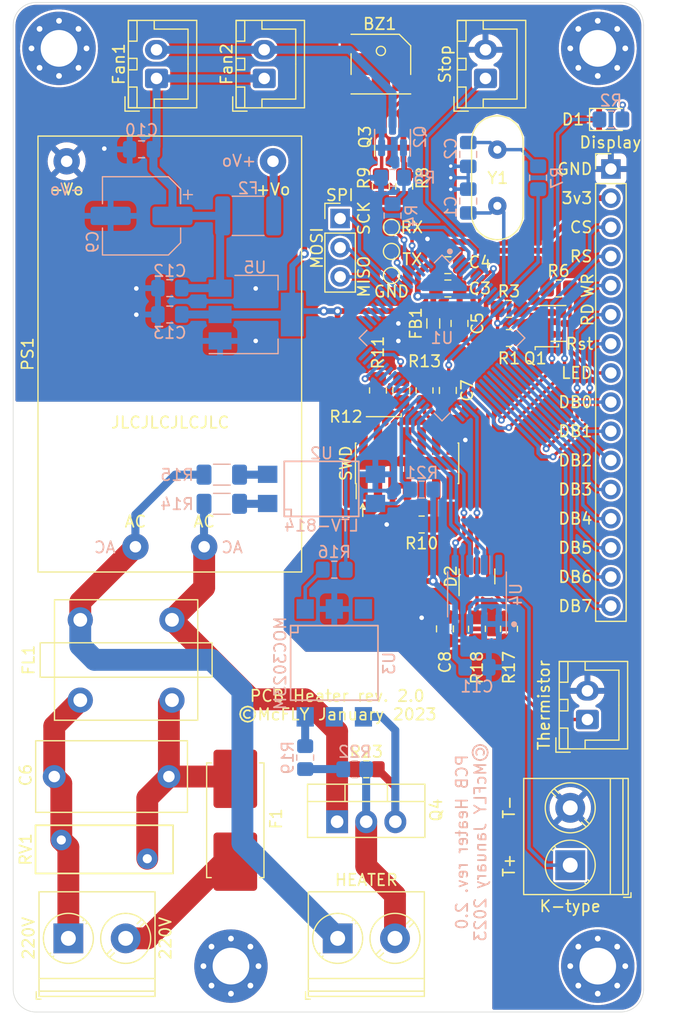
<source format=kicad_pcb>
(kicad_pcb (version 20211014) (generator pcbnew)

  (general
    (thickness 1.6)
  )

  (paper "A4")
  (layers
    (0 "F.Cu" signal)
    (31 "B.Cu" signal)
    (32 "B.Adhes" user "B.Adhesive")
    (33 "F.Adhes" user "F.Adhesive")
    (34 "B.Paste" user)
    (35 "F.Paste" user)
    (36 "B.SilkS" user "B.Silkscreen")
    (37 "F.SilkS" user "F.Silkscreen")
    (38 "B.Mask" user)
    (39 "F.Mask" user)
    (40 "Dwgs.User" user "User.Drawings")
    (41 "Cmts.User" user "User.Comments")
    (42 "Eco1.User" user "User.Eco1")
    (43 "Eco2.User" user "User.Eco2")
    (44 "Edge.Cuts" user)
    (45 "Margin" user)
    (46 "B.CrtYd" user "B.Courtyard")
    (47 "F.CrtYd" user "F.Courtyard")
    (48 "B.Fab" user)
    (49 "F.Fab" user)
    (50 "User.1" user)
    (51 "User.2" user)
  )

  (setup
    (stackup
      (layer "F.SilkS" (type "Top Silk Screen") (color "White"))
      (layer "F.Paste" (type "Top Solder Paste"))
      (layer "F.Mask" (type "Top Solder Mask") (color "Black") (thickness 0.01))
      (layer "F.Cu" (type "copper") (thickness 0.035))
      (layer "dielectric 1" (type "core") (thickness 1.51) (material "FR4") (epsilon_r 4.5) (loss_tangent 0.02))
      (layer "B.Cu" (type "copper") (thickness 0.035))
      (layer "B.Mask" (type "Bottom Solder Mask") (color "Black") (thickness 0.01))
      (layer "B.Paste" (type "Bottom Solder Paste"))
      (layer "B.SilkS" (type "Bottom Silk Screen") (color "White"))
      (copper_finish "None")
      (dielectric_constraints no)
    )
    (pad_to_mask_clearance 0)
    (pcbplotparams
      (layerselection 0x00010fc_ffffffff)
      (disableapertmacros false)
      (usegerberextensions false)
      (usegerberattributes true)
      (usegerberadvancedattributes true)
      (creategerberjobfile true)
      (svguseinch false)
      (svgprecision 6)
      (excludeedgelayer true)
      (plotframeref false)
      (viasonmask false)
      (mode 1)
      (useauxorigin false)
      (hpglpennumber 1)
      (hpglpenspeed 20)
      (hpglpendiameter 15.000000)
      (dxfpolygonmode true)
      (dxfimperialunits true)
      (dxfusepcbnewfont true)
      (psnegative false)
      (psa4output false)
      (plotreference true)
      (plotvalue true)
      (plotinvisibletext false)
      (sketchpadsonfab false)
      (subtractmaskfromsilk false)
      (outputformat 1)
      (mirror false)
      (drillshape 1)
      (scaleselection 1)
      (outputdirectory "")
    )
  )

  (net 0 "")
  (net 1 "+3V3")
  (net 2 "Net-(BZ1-Pad2)")
  (net 3 "Net-(C1-Pad1)")
  (net 4 "GND")
  (net 5 "Net-(C2-Pad1)")
  (net 6 "VDDA")
  (net 7 "Net-(C6-Pad1)")
  (net 8 "Net-(C6-Pad2)")
  (net 9 "NRST")
  (net 10 "Net-(C8-Pad1)")
  (net 11 "+12V")
  (net 12 "Net-(D1-Pad2)")
  (net 13 "THERM")
  (net 14 "Net-(F1-Pad1)")
  (net 15 "Net-(F2-Pad1)")
  (net 16 "Net-(FL1-Pad2)")
  (net 17 "Net-(FL1-Pad4)")
  (net 18 "LCD_CS")
  (net 19 "LCD_RS")
  (net 20 "LCD_WR")
  (net 21 "LCD_RD")
  (net 22 "LCD_RST")
  (net 23 "LCD_LED")
  (net 24 "Net-(J1-Pad9)")
  (net 25 "Net-(J1-Pad10)")
  (net 26 "Net-(J1-Pad11)")
  (net 27 "Net-(J1-Pad12)")
  (net 28 "Net-(J1-Pad13)")
  (net 29 "Net-(J1-Pad14)")
  (net 30 "Net-(J1-Pad15)")
  (net 31 "Net-(J1-Pad16)")
  (net 32 "LCD_SCK")
  (net 33 "LCD_MOSI")
  (net 34 "LCD_MISO")
  (net 35 "STOP")
  (net 36 "Net-(J4-Pad2)")
  (net 37 "unconnected-(J7-Pad1)")
  (net 38 "unconnected-(J7-Pad2)")
  (net 39 "Net-(J7-Pad4)")
  (net 40 "Net-(J7-Pad6)")
  (net 41 "unconnected-(J7-Pad8)")
  (net 42 "unconnected-(J7-Pad9)")
  (net 43 "unconnected-(J7-Pad10)")
  (net 44 "Net-(J7-Pad11)")
  (net 45 "Net-(J7-Pad12)")
  (net 46 "unconnected-(J7-Pad13)")
  (net 47 "unconnected-(J7-Pad14)")
  (net 48 "Net-(J8-Pad2)")
  (net 49 "Net-(J10-Pad1)")
  (net 50 "Net-(Q1-Pad1)")
  (net 51 "Net-(Q2-Pad1)")
  (net 52 "Net-(Q3-Pad1)")
  (net 53 "Net-(Q4-Pad3)")
  (net 54 "LCD_LED_CTRL")
  (net 55 "LED_STATUS")
  (net 56 "FAN_PWM")
  (net 57 "Net-(R7-Pad1)")
  (net 58 "BUZZER")
  (net 59 "SWDIO")
  (net 60 "SWCLK")
  (net 61 "Net-(R14-Pad1)")
  (net 62 "Net-(R15-Pad1)")
  (net 63 "Net-(R16-Pad1)")
  (net 64 "GATE_CONTROL")
  (net 65 "Net-(R19-Pad1)")
  (net 66 "Net-(R19-Pad2)")
  (net 67 "ZERO_CROSS")
  (net 68 "/UART_TX")
  (net 69 "/UART_RX")
  (net 70 "unconnected-(U1-Pad1)")
  (net 71 "unconnected-(U1-Pad4)")
  (net 72 "unconnected-(U1-Pad5)")
  (net 73 "unconnected-(U1-Pad13)")
  (net 74 "unconnected-(U1-Pad29)")
  (net 75 "unconnected-(U1-Pad31)")
  (net 76 "unconnected-(U1-Pad32)")
  (net 77 "MAX_SCK")
  (net 78 "MAX_MISO")
  (net 79 "MAX_CS")
  (net 80 "unconnected-(U1-Pad38)")
  (net 81 "unconnected-(U1-Pad39)")
  (net 82 "unconnected-(U1-Pad40)")
  (net 83 "unconnected-(U1-Pad41)")
  (net 84 "unconnected-(U1-Pad42)")
  (net 85 "unconnected-(U1-Pad43)")
  (net 86 "unconnected-(U1-Pad44)")
  (net 87 "unconnected-(U1-Pad47)")
  (net 88 "unconnected-(U1-Pad48)")
  (net 89 "unconnected-(U1-Pad49)")
  (net 90 "unconnected-(U1-Pad50)")
  (net 91 "unconnected-(U1-Pad51)")
  (net 92 "unconnected-(U1-Pad52)")
  (net 93 "unconnected-(U1-Pad53)")
  (net 94 "unconnected-(U1-Pad58)")
  (net 95 "unconnected-(U1-Pad59)")
  (net 96 "unconnected-(U1-Pad62)")
  (net 97 "unconnected-(U1-Pad64)")
  (net 98 "unconnected-(U3-Pad5)")
  (net 99 "unconnected-(U3-Pad3)")
  (net 100 "unconnected-(U1-Pad54)")

  (footprint "TerminalBlock_Phoenix:TerminalBlock_Phoenix_PT-1,5-2-5.0-H_1x02_P5.00mm_Horizontal" (layer "F.Cu") (at 148.598 125.202 90))

  (footprint "Resistor_SMD:R_0805_2012Metric_Pad1.20x1.40mm_HandSolder" (layer "F.Cu") (at 133.858 83.82 -90))

  (footprint "Resistor_SMD:R_0805_2012Metric_Pad1.20x1.40mm_HandSolder" (layer "F.Cu") (at 140.462 104.60075 90))

  (footprint "Capacitor_SMD:C_0805_2012Metric_Pad1.18x1.45mm_HandSolder" (layer "F.Cu") (at 137.668 104.60075 90))

  (footprint "Capacitor_SMD:C_0805_2012Metric_Pad1.18x1.45mm_HandSolder" (layer "F.Cu") (at 137.922 83.82 -90))

  (footprint "Resistor_SMD:R_0805_2012Metric_Pad1.20x1.40mm_HandSolder" (layer "F.Cu") (at 135.636 95.504 180))

  (footprint "Connector_PinHeader_2.54mm:PinHeader_1x16_P2.54mm_Vertical" (layer "F.Cu") (at 152.146 64.516))

  (footprint "Connector_JST:JST_XH_B2B-XH-A_1x02_P2.50mm_Vertical" (layer "F.Cu") (at 141.207 56.622 90))

  (footprint "my_additions:OSC-TH_L10.0-W4.5-P5.00" (layer "F.Cu") (at 142.24 65.278 90))

  (footprint "Resistor_SMD:R_0805_2012Metric_Pad1.20x1.40mm_HandSolder" (layer "F.Cu") (at 147.574 74.93))

  (footprint "Package_TO_SOT_SMD:SOT-23" (layer "F.Cu") (at 133.096 61.722 90))

  (footprint "Resistor_SMD:R_0805_2012Metric_Pad1.20x1.40mm_HandSolder" (layer "F.Cu") (at 135.89 83.82 -90))

  (footprint "MountingHole:MountingHole_3.2mm_M3_Pad_Via" (layer "F.Cu") (at 104 54))

  (footprint "Capacitor_SMD:C_0805_2012Metric_Pad1.18x1.45mm_HandSolder" (layer "F.Cu") (at 138.938 77.978 90))

  (footprint "Capacitor_SMD:C_0805_2012Metric_Pad1.18x1.45mm_HandSolder" (layer "F.Cu") (at 137.922 74.93))

  (footprint "Connector_PinHeader_1.27mm:PinHeader_2x07_P1.27mm_Vertical_SMD" (layer "F.Cu") (at 134.366 90.17 90))

  (footprint "my_additions:Converter_ACDC_HiLink_HLK-5Mxx" (layer "F.Cu") (at 113.665 80.645 90))

  (footprint "Resistor_SMD:R_0805_2012Metric_Pad1.20x1.40mm_HandSolder" (layer "F.Cu") (at 134.112 66.039999 90))

  (footprint "Connector_PinHeader_2.54mm:PinHeader_1x03_P2.54mm_Vertical" (layer "F.Cu") (at 128.524 68.834))

  (footprint "Capacitor_SMD:C_0805_2012Metric_Pad1.18x1.45mm_HandSolder" (layer "F.Cu") (at 137.922 72.898))

  (footprint "my_additions:L_CommonMode_7x8mm" (layer "F.Cu") (at 109.855 107.315 90))

  (footprint "Package_TO_SOT_SMD:SOT-23" (layer "F.Cu") (at 147.574 77.978))

  (footprint "TestPoint:TestPoint_Pad_D1.0mm" (layer "F.Cu") (at 133 69.6))

  (footprint "MountingHole:MountingHole_3.2mm_M3_Pad_Via" (layer "F.Cu") (at 151 54))

  (footprint "Inductor_SMD:L_0805_2012Metric_Pad1.05x1.20mm_HandSolder" (layer "F.Cu") (at 136.652 77.978 -90))

  (footprint "Connector_JST:JST_XH_B2B-XH-A_1x02_P2.50mm_Vertical" (layer "F.Cu") (at 150.096999 112.502 90))

  (footprint "TerminalBlock_Phoenix:TerminalBlock_Phoenix_PT-1,5-2-5.0-H_1x02_P5.00mm_Horizontal" (layer "F.Cu") (at 128.31 131.58))

  (footprint "LED_SMD:LED_0805_2012Metric_Pad1.15x1.40mm_HandSolder" (layer "F.Cu") (at 152.146 60.198))

  (footprint "TestPoint:TestPoint_Pad_D1.0mm" (layer "F.Cu") (at 133 71.7))

  (footprint "Resistor_SMD:R_0805_2012Metric_Pad1.20x1.40mm_HandSolder" (layer "F.Cu") (at 131.826 83.82 -90))

  (footprint "Package_TO_SOT_SMD:SOT-23" (layer "F.Cu") (at 140.462 100.02875 90))

  (footprint "Resistor_SMD:R_0805_2012Metric_Pad1.20x1.40mm_HandSolder" (layer "F.Cu") (at 143.256 104.60075 -90))

  (footprint "Resistor_SMD:R_0805_2012Metric_Pad1.20x1.40mm_HandSolder" (layer "F.Cu") (at 143.256 76.708 180))

  (footprint "my_additions:Fuse_1808_0451_Holder_HandSolder" (layer "F.Cu") (at 119.38 121.285 90))

  (footprint "TerminalBlock_Phoenix:TerminalBlock_Phoenix_PT-1,5-2-5.0-H_1x02_P5.00mm_Horizontal" (layer "F.Cu") (at 104.815 131.58))

  (footprint "Resistor_SMD:R_0805_2012Metric_Pad1.20x1.40mm_HandSolder" (layer "F.Cu") (at 143.256 79.248))

  (footprint "my_additions:Buzzer_5020" (layer "F.Cu") (at 132.08 55.372))

  (footprint "Resistor_SMD:R_0805_2012Metric_Pad1.20x1.40mm_HandSolder" (layer "F.Cu") (at 130.81 116.84))

  (footprint "Package_TO_SOT_THT:TO-220-3_Vertical" (layer "F.Cu") (at 128.26 121.412))

  (footprint "TestPoint:TestPoint_Pad_D1.0mm" (layer "F.Cu") (at 133 73.8))

  (footprint "Resistor_SMD:R_0805_2012Metric_Pad1.20x1.40mm_HandSolder" (layer "F.Cu") (at 132.08 66.039999 -90))

  (footprint "Connector_JST:JST_XH_B2B-XH-A_1x02_P2.50mm_Vertical" (layer "F.Cu") (at 121.902999 56.622 90))

  (footprint "MountingHole:MountingHole_3.2mm_M3_Pad_Via" (layer "F.Cu") (at 151 134))

  (footprint "Connector_JST:JST_XH_B2B-XH-A_1x02_P2.50mm_Vertical" (layer "F.Cu") (at 112.505 56.622 90))

  (footprint "Varistor:RV_Disc_D12mm_W4.2mm_P7.5mm" (layer "F.Cu") (at 104.2 123.005))

  (footprint "MountingHole:MountingHole_3.2mm_M3_Pad_Via" (layer "F.Cu") (at 119 134))

  (footprint "Capacitor_THT:C_Rect_L13.0mm_W6.0mm_P10.00mm_FKS3_FKP3_MKS4" (layer "F.Cu") (at 103.585 117.475))

  (footprint "Resistor_SMD:R_0805_2012Metric_Pad1.20x1.40mm_HandSolder" (layer "B.Cu") (at 133.096 65.278 180))

  (footprint "Fuse:Fuse_1812_4532Metric_Pad1.30x3.40mm_HandSolder" (layer "B.Cu") (at 120.5 68.6 180))

  (footprint "my_additions:OPTO-SMD4" (layer "B.Cu") (at 126.9 92.4 90))

  (footprint "Resistor_SMD:R_0805_2012Metric_Pad1.20x1.40mm_HandSolder" (layer "B.Cu") (at 129.794 116.84 180))

  (footprint "Resistor_SMD:R_0805_2012Metric_Pad1.20x1.40mm_HandSolder" (layer "B.Cu") (at 125.476 115.824 90))

  (footprint "Resistor_SMD:R_0805_2012Metric_Pad1.20x1.40mm_HandSolder" (layer "B.Cu") (at 145.796 65.278 90))

  (footprint "Resistor_SMD:R_0805_2012Metric_Pad1.20x1.40mm_HandSolder" (layer "B.Cu") (at 152.146 60.198 180))

  (footprint "Package_SO:SO-8_3.9x4.9mm_P1.27mm" (layer "B.Cu")
    (tedit 5D9F72B1) (tstamp 4ec7a633-baed-4bb7-ad86-ac31d6e0fddb)
    (at 140.462 101.6 90)
    (descr "SO, 8 Pin (https://www.nxp.com/docs/en/data-sheet/PCF8523.pdf), generated with kicad-footprint-generator ipc_gullwing_generator.py")
    (tags "SO SO")
    (property "Sheetfile" "pcb-heater.kicad_sch")
    (property "Sheetname" "")
    (path "/00000000-0000-0000-0000-000061c8f235")
    (attr smd)
    (fp_text reference "U4" (at 0 3.4 90) (layer "B.SilkS")
      (effects (font (size 1 1) (thickness 0.15)) (justify mirror))
      (tstamp 88803682-8aa8-418c-ae0c-6643bf23d077)
    )
    (fp_text value "MAX6675" (at 0 -3.4 90) (layer "B.Fab")
      (effects (font (size 1 1) (thickness 0.15)) (justify mirror))
      (tstamp 1b2a4c1e-af18-421f-a7f6-9a404c24c533)
    )
    (fp_text user "${REFERENCE}" (at 0 0 90) (layer "B.Fab")
      (effects (font (size 0.98 0.98) (thickness 0.15)) (justify mirror))
      (tstamp 7281df55-a072-43f9-803d-5c40938c93a0)
    )
    (fp_line (start 0 -2.56) (end 1.95 -2.56) (layer "B.SilkS") (width 0.12) (tstamp 6e33f9b5-ef91-4980-a252-09a34b2f1b42))
    (fp_line (start 0 2.56) (end 1.95 2.56) (layer "B.SilkS") (width 0.12) (tstamp 8e0935e8-a08a-4247-a9ac-4468b6968f62))
    (fp_line (start 0 -2.56) (end -1.95 -2.56) (layer "B.SilkS") (width 0.12) (tstamp eb233399-9842-490c-a736-7afa2cf22407))
    (fp_line (start 0 2.56) (end -3.45 2.56) (layer "B.SilkS") (width 0.12) (tstamp f6fb4c70-64ae-4905-b1c6-dd66c2a1439e))
    (fp_line (start 3.7 2.7) (end -3.7 2.7) (layer "B.CrtYd") (width 0.05) (tstamp 7218137d-df56-40dc-893a-4b31f4cf4f41))
    (fp_line (start 3.7 -2.7) (end 3.7 2.7) (layer "B.CrtYd") (width 0.05) (tstamp 7b9049e3-b084-4ac8-a922-c72e3ec2687b))
    (fp_line (start -3.7 2.7) (end -3.7 -2.7) (layer "B.CrtYd") (width 0.05) (tstamp b23ddbe4-2b3c-4142-a2e3-238aaff02d28))
    (fp_line (start -3.7 -2.7) (end 3.7 -2.7) (layer "B.CrtYd") (width 0.05) (tstamp cc0a5e92-638f-464e-983d-017d3f09d5ce))
    (fp_line (start 1.95 2.45) (end 1.95 -2.45) (layer "B.Fab") (width 0.1) (tstamp 027a4f46-40f3-4770-afe2-119d9ed6da23))
    (fp_line (start -0.975 2.45) (end 1.95 2.45) (layer "B.Fab") (width 0.1) (tstamp 0f579428-8643-4105-89cd-341b72260acf))
    (fp_line (start -1.95 -2.45) (end -1.95 1.475) (layer "B.Fab") (width 0.1) (tstamp 1703f201-32bc-4852-b1d8-cd94a57d46cc))
    (fp_line (start -1.95 1.475) (end -0.975 2.45) (layer "B.Fab") (width 0.1) (tstamp 3ccc42dc-e6c9-4283-a4ad-4d6eeb10ba7e))
    (fp_line (start 1.95 -2.45) (end -1.95 -2.45) (layer "B.Fab") (width 0.1) (tstamp 605909e7-1003-41b5-9337-12fbb8aab202))
    (pad "1" smd roundrect (at -2.575 1.905 90) (size 1.75 0.6) (layers "B.Cu" "B.Paste" "B.Mask") (roundrect_rratio 0.25)
      (net 4 "GND") (pinfunction "GND") (pintype "power_in") (tstamp 1ee9d5b0-4288-4f5a-bf49-6f40c2a5ad49))
    (pad "2" smd roundrect (at -2.575 0.635 90) (size 1.75 0.6) (layers "B.Cu" "B.Paste" "B.Mask") (roundrect_rratio 0.25)
      (net 4 "GND") (pinfunction "T-") (pintype "input") (tstamp 29b18ab2-2f87-4ff4-bee3-97c1824fce32))
    (pad "3" smd roundrect (at -2.575 -0.635 90) (size 1.75 0.6) (layers "B.Cu" "B.Paste" "B.Mask") (roundrect_rratio 0.25)
      (net 49 "Net-(J10-Pad1)") (pinfunction "T+") (pintype "input") (tstamp 4e3eb37b-1df3-40dd-a39d-6780549b5d14))
    (pad "4" smd roundrect (at -2.575 -1.905 90) (size 1.75 0.6) (layers "B.Cu" "B.Paste" "B.Mask") (roundrect_rratio 0.25)
      (net 1 "+3V3") (pinfunction "VCC") (pintype "power_in") (tstamp 2cbac4e5-1801-4fa0-9bb2-bcb824c1a5a1))
    (pad "5" smd roundrect (at 2.575 -1.905 90) (size 1.75 0.6) (layers "B.Cu" "B.Paste" "B.Mask") (roundrect_rratio 0.25)
      (net 77 "MAX_SCK") (pinfunction "SCK") (pintype "bidirectional") (tstamp fff928be-3aab-4edc-9885-ed1c63b90dbb))
... [776448 chars truncated]
</source>
